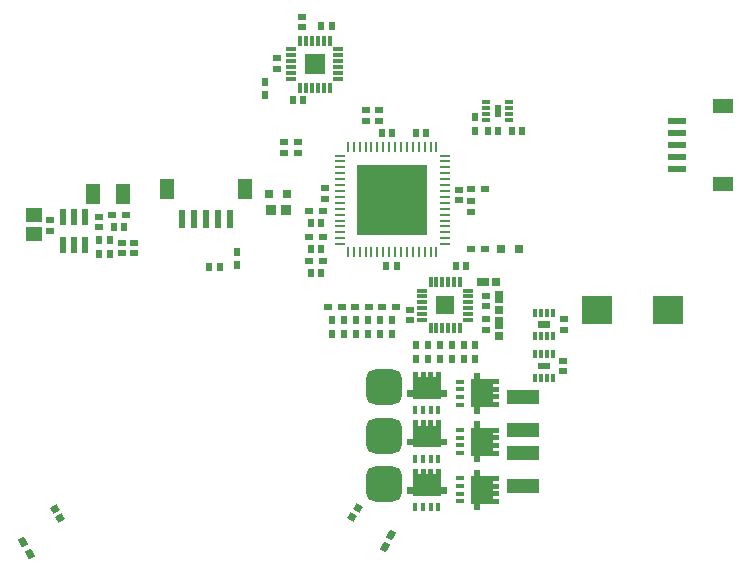
<source format=gtp>
G04*
G04 #@! TF.GenerationSoftware,Altium Limited,Altium Designer,24.4.1 (13)*
G04*
G04 Layer_Color=8421504*
%FSLAX44Y44*%
%MOMM*%
G71*
G04*
G04 #@! TF.SameCoordinates,D346328A-3EA5-4E80-806F-D0F93F3E7631*
G04*
G04*
G04 #@! TF.FilePolarity,Positive*
G04*
G01*
G75*
%ADD23R,0.6000X1.5500*%
%ADD24R,1.2000X1.8000*%
%ADD25R,0.6000X0.6400*%
%ADD26R,0.7500X0.6000*%
G04:AMPARAMS|DCode=27|XSize=0.74mm|YSize=0.28mm|CornerRadius=0.035mm|HoleSize=0mm|Usage=FLASHONLY|Rotation=270.000|XOffset=0mm|YOffset=0mm|HoleType=Round|Shape=RoundedRectangle|*
%AMROUNDEDRECTD27*
21,1,0.7400,0.2100,0,0,270.0*
21,1,0.6700,0.2800,0,0,270.0*
1,1,0.0700,-0.1050,-0.3350*
1,1,0.0700,-0.1050,0.3350*
1,1,0.0700,0.1050,0.3350*
1,1,0.0700,0.1050,-0.3350*
%
%ADD27ROUNDEDRECTD27*%
%ADD28R,0.6400X0.6000*%
%ADD29R,0.6000X0.7500*%
%ADD30R,2.5500X2.4500*%
%ADD31R,1.2000X1.7500*%
%ADD32R,0.6000X1.3500*%
G04:AMPARAMS|DCode=33|XSize=0.6mm|YSize=0.75mm|CornerRadius=0mm|HoleSize=0mm|Usage=FLASHONLY|Rotation=30.000|XOffset=0mm|YOffset=0mm|HoleType=Round|Shape=Rectangle|*
%AMROTATEDRECTD33*
4,1,4,-0.0723,-0.4748,-0.4473,0.1748,0.0723,0.4748,0.4473,-0.1748,-0.0723,-0.4748,0.0*
%
%ADD33ROTATEDRECTD33*%

G04:AMPARAMS|DCode=34|XSize=0.6mm|YSize=0.75mm|CornerRadius=0mm|HoleSize=0mm|Usage=FLASHONLY|Rotation=150.000|XOffset=0mm|YOffset=0mm|HoleType=Round|Shape=Rectangle|*
%AMROTATEDRECTD34*
4,1,4,0.4473,0.1748,0.0723,-0.4748,-0.4473,-0.1748,-0.0723,0.4748,0.4473,0.1748,0.0*
%
%ADD34ROTATEDRECTD34*%

G04:AMPARAMS|DCode=35|XSize=0.64mm|YSize=0.6mm|CornerRadius=0mm|HoleSize=0mm|Usage=FLASHONLY|Rotation=30.000|XOffset=0mm|YOffset=0mm|HoleType=Round|Shape=Rectangle|*
%AMROTATEDRECTD35*
4,1,4,-0.1271,-0.4198,-0.4271,0.0998,0.1271,0.4198,0.4271,-0.0998,-0.1271,-0.4198,0.0*
%
%ADD35ROTATEDRECTD35*%

G04:AMPARAMS|DCode=36|XSize=0.64mm|YSize=0.6mm|CornerRadius=0mm|HoleSize=0mm|Usage=FLASHONLY|Rotation=150.000|XOffset=0mm|YOffset=0mm|HoleType=Round|Shape=Rectangle|*
%AMROTATEDRECTD36*
4,1,4,0.4271,0.0998,0.1271,-0.4198,-0.4271,-0.0998,-0.1271,0.4198,0.4271,0.0998,0.0*
%
%ADD36ROTATEDRECTD36*%

%ADD37R,0.8500X0.9500*%
%ADD38R,0.8000X0.8000*%
G04:AMPARAMS|DCode=39|XSize=0.86mm|YSize=0.27mm|CornerRadius=0.0338mm|HoleSize=0mm|Usage=FLASHONLY|Rotation=90.000|XOffset=0mm|YOffset=0mm|HoleType=Round|Shape=RoundedRectangle|*
%AMROUNDEDRECTD39*
21,1,0.8600,0.2025,0,0,90.0*
21,1,0.7925,0.2700,0,0,90.0*
1,1,0.0675,0.1013,0.3963*
1,1,0.0675,0.1013,-0.3963*
1,1,0.0675,-0.1013,-0.3963*
1,1,0.0675,-0.1013,0.3963*
%
%ADD39ROUNDEDRECTD39*%
G04:AMPARAMS|DCode=40|XSize=0.86mm|YSize=0.27mm|CornerRadius=0.0338mm|HoleSize=0mm|Usage=FLASHONLY|Rotation=0.000|XOffset=0mm|YOffset=0mm|HoleType=Round|Shape=RoundedRectangle|*
%AMROUNDEDRECTD40*
21,1,0.8600,0.2025,0,0,0.0*
21,1,0.7925,0.2700,0,0,0.0*
1,1,0.0675,0.3963,-0.1013*
1,1,0.0675,-0.3963,-0.1013*
1,1,0.0675,-0.3963,0.1013*
1,1,0.0675,0.3963,0.1013*
%
%ADD40ROUNDEDRECTD40*%
%ADD41R,1.5500X1.5500*%
%ADD42R,0.3400X0.8000*%
%ADD43R,0.4200X0.6600*%
G04:AMPARAMS|DCode=44|XSize=3mm|YSize=3mm|CornerRadius=0.75mm|HoleSize=0mm|Usage=FLASHONLY|Rotation=0.000|XOffset=0mm|YOffset=0mm|HoleType=Round|Shape=RoundedRectangle|*
%AMROUNDEDRECTD44*
21,1,3.0000,1.5000,0,0,0.0*
21,1,1.5000,3.0000,0,0,0.0*
1,1,1.5000,0.7500,-0.7500*
1,1,1.5000,-0.7500,-0.7500*
1,1,1.5000,-0.7500,0.7500*
1,1,1.5000,0.7500,0.7500*
%
%ADD44ROUNDEDRECTD44*%
%ADD45R,0.8000X0.3400*%
%ADD46R,0.6600X0.4200*%
%ADD47R,2.7000X1.3000*%
%ADD48R,1.0500X0.8000*%
%ADD49R,0.6500X0.8000*%
%ADD50R,0.8000X1.0500*%
%ADD51R,0.8000X0.6500*%
%ADD52R,1.5500X0.6000*%
%ADD53R,1.8000X1.2000*%
G04:AMPARAMS|DCode=54|XSize=0.74mm|YSize=0.28mm|CornerRadius=0.035mm|HoleSize=0mm|Usage=FLASHONLY|Rotation=180.000|XOffset=0mm|YOffset=0mm|HoleType=Round|Shape=RoundedRectangle|*
%AMROUNDEDRECTD54*
21,1,0.7400,0.2100,0,0,180.0*
21,1,0.6700,0.2800,0,0,180.0*
1,1,0.0700,-0.3350,0.1050*
1,1,0.0700,0.3350,0.1050*
1,1,0.0700,0.3350,-0.1050*
1,1,0.0700,-0.3350,-0.1050*
%
%ADD54ROUNDEDRECTD54*%
%ADD55R,0.2600X0.8600*%
%ADD56R,0.8600X0.2600*%
%ADD57R,6.0000X6.0000*%
G04:AMPARAMS|DCode=58|XSize=0.8mm|YSize=0.35mm|CornerRadius=0.0438mm|HoleSize=0mm|Usage=FLASHONLY|Rotation=180.000|XOffset=0mm|YOffset=0mm|HoleType=Round|Shape=RoundedRectangle|*
%AMROUNDEDRECTD58*
21,1,0.8000,0.2625,0,0,180.0*
21,1,0.7125,0.3500,0,0,180.0*
1,1,0.0875,-0.3563,0.1313*
1,1,0.0875,0.3563,0.1313*
1,1,0.0875,0.3563,-0.1313*
1,1,0.0875,-0.3563,-0.1313*
%
%ADD58ROUNDEDRECTD58*%
G04:AMPARAMS|DCode=59|XSize=0.85mm|YSize=0.35mm|CornerRadius=0.0438mm|HoleSize=0mm|Usage=FLASHONLY|Rotation=270.000|XOffset=0mm|YOffset=0mm|HoleType=Round|Shape=RoundedRectangle|*
%AMROUNDEDRECTD59*
21,1,0.8500,0.2625,0,0,270.0*
21,1,0.7625,0.3500,0,0,270.0*
1,1,0.0875,-0.1313,-0.3813*
1,1,0.0875,-0.1313,0.3813*
1,1,0.0875,0.1313,0.3813*
1,1,0.0875,0.1313,-0.3813*
%
%ADD59ROUNDEDRECTD59*%
%ADD60R,1.4000X1.3000*%
G36*
X100540Y306280D02*
X83460D01*
Y322720D01*
X100540D01*
Y306280D01*
D02*
G37*
G36*
X249800Y269900D02*
X244200D01*
Y280100D01*
X249800D01*
Y269900D01*
D02*
G37*
G36*
X182000Y205150D02*
X163000D01*
Y224150D01*
X182000D01*
Y205150D01*
D02*
G37*
G36*
X152000D02*
X133000D01*
Y224150D01*
X152000D01*
Y205150D01*
D02*
G37*
G36*
X182000Y175150D02*
X163000D01*
Y194150D01*
X182000D01*
Y175150D01*
D02*
G37*
G36*
X152000D02*
X133000D01*
Y194150D01*
X152000D01*
Y175150D01*
D02*
G37*
G36*
X291100Y91200D02*
X280900D01*
Y96800D01*
X291100D01*
Y91200D01*
D02*
G37*
G36*
Y56200D02*
X280900D01*
Y61800D01*
X291100D01*
Y56200D01*
D02*
G37*
G36*
X198850Y38500D02*
X204300D01*
Y32800D01*
X198850D01*
Y31000D01*
X175150D01*
Y32800D01*
X169700D01*
Y38500D01*
X175150D01*
Y54000D01*
X179350D01*
Y49300D01*
X181650D01*
Y54000D01*
X185850D01*
Y49300D01*
X188150D01*
Y54000D01*
X192350D01*
Y49300D01*
X194650D01*
Y54000D01*
X198850D01*
Y38500D01*
D02*
G37*
G36*
X232200Y47850D02*
X247700D01*
Y43650D01*
X243000D01*
Y41350D01*
X247700D01*
Y37150D01*
X243000D01*
Y34850D01*
X247700D01*
Y30650D01*
X243000D01*
Y28350D01*
X247700D01*
Y24150D01*
X232200D01*
Y18700D01*
X226500D01*
Y24150D01*
X224700D01*
Y47850D01*
X226500D01*
Y53300D01*
X232200D01*
Y47850D01*
D02*
G37*
G36*
X198850Y-2500D02*
X204300D01*
Y-8200D01*
X198850D01*
Y-10000D01*
X175150D01*
Y-8200D01*
X169700D01*
Y-2500D01*
X175150D01*
Y13000D01*
X179350D01*
Y8300D01*
X181650D01*
Y13000D01*
X185850D01*
Y8300D01*
X188150D01*
Y13000D01*
X192350D01*
Y8300D01*
X194650D01*
Y13000D01*
X198850D01*
Y-2500D01*
D02*
G37*
G36*
X232200Y6850D02*
X247700D01*
Y2650D01*
X243000D01*
Y350D01*
X247700D01*
Y-3850D01*
X243000D01*
Y-6150D01*
X247700D01*
Y-10350D01*
X243000D01*
Y-12650D01*
X247700D01*
Y-16850D01*
X232200D01*
Y-22300D01*
X226500D01*
Y-16850D01*
X224700D01*
Y6850D01*
X226500D01*
Y12300D01*
X232200D01*
Y6850D01*
D02*
G37*
G36*
X198850Y-43500D02*
X204300D01*
Y-49200D01*
X198850D01*
Y-51000D01*
X175150D01*
Y-49200D01*
X169700D01*
Y-43500D01*
X175150D01*
Y-28000D01*
X179350D01*
Y-32700D01*
X181650D01*
Y-28000D01*
X185850D01*
Y-32700D01*
X188150D01*
Y-28000D01*
X192350D01*
Y-32700D01*
X194650D01*
Y-28000D01*
X198850D01*
Y-43500D01*
D02*
G37*
G36*
X232200Y-34150D02*
X247700D01*
Y-38350D01*
X243000D01*
Y-40650D01*
X247700D01*
Y-44850D01*
X243000D01*
Y-47150D01*
X247700D01*
Y-51350D01*
X243000D01*
Y-53650D01*
X247700D01*
Y-57850D01*
X232200D01*
Y-63300D01*
X226500D01*
Y-57850D01*
X224700D01*
Y-34150D01*
X226500D01*
Y-28700D01*
X232200D01*
Y-34150D01*
D02*
G37*
D23*
X20000Y183375D02*
D03*
X0D02*
D03*
X-20000D02*
D03*
X-10000D02*
D03*
X10000D02*
D03*
D24*
X33000Y208625D02*
D03*
X-33000D02*
D03*
D25*
X88600Y158000D02*
D03*
X97400D02*
D03*
X88600Y138000D02*
D03*
X97400D02*
D03*
X258600Y258000D02*
D03*
X267400D02*
D03*
X238600D02*
D03*
X247400D02*
D03*
X-69600Y177000D02*
D03*
X-78400D02*
D03*
X88600Y180000D02*
D03*
X97400D02*
D03*
X82400Y284000D02*
D03*
X73600D02*
D03*
X106400Y347000D02*
D03*
X97600D02*
D03*
X2600Y143000D02*
D03*
X11400D02*
D03*
X161400Y144000D02*
D03*
X152600D02*
D03*
X148600Y256000D02*
D03*
X157400D02*
D03*
X186400D02*
D03*
X177600D02*
D03*
X220400Y144000D02*
D03*
X211600D02*
D03*
D26*
X87250Y168000D02*
D03*
X98750D02*
D03*
X77750Y249000D02*
D03*
X66250D02*
D03*
X77750Y239000D02*
D03*
X66250D02*
D03*
X-68000Y187000D02*
D03*
X-79500D02*
D03*
X146750Y276000D02*
D03*
X135250D02*
D03*
X87250Y148000D02*
D03*
X98750D02*
D03*
X87250Y190000D02*
D03*
X98750D02*
D03*
X146750Y266000D02*
D03*
X135250D02*
D03*
X160750Y109000D02*
D03*
X149250D02*
D03*
X224250Y158000D02*
D03*
X235750D02*
D03*
Y209000D02*
D03*
X224250D02*
D03*
X126250Y109000D02*
D03*
X137750D02*
D03*
X115000D02*
D03*
X103500D02*
D03*
D27*
X283500Y68850D02*
D03*
X293500D02*
D03*
X288500D02*
D03*
X278500D02*
D03*
Y49150D02*
D03*
X283500D02*
D03*
X288500D02*
D03*
X293500D02*
D03*
Y84150D02*
D03*
X288500D02*
D03*
X283500D02*
D03*
X278500D02*
D03*
Y103850D02*
D03*
X283500D02*
D03*
X288500D02*
D03*
X293500D02*
D03*
D28*
X303000Y89600D02*
D03*
Y98400D02*
D03*
X302000Y63400D02*
D03*
Y54600D02*
D03*
X-61000Y163400D02*
D03*
Y154600D02*
D03*
X-91000Y185400D02*
D03*
Y176600D02*
D03*
X-71000Y163400D02*
D03*
Y154600D02*
D03*
X-132000Y182400D02*
D03*
Y173600D02*
D03*
X81000Y354400D02*
D03*
Y345600D02*
D03*
X60000Y319400D02*
D03*
Y310600D02*
D03*
X224000Y198400D02*
D03*
Y189600D02*
D03*
X101000Y209400D02*
D03*
Y200600D02*
D03*
X214000Y208400D02*
D03*
Y199600D02*
D03*
X173000Y106400D02*
D03*
Y97600D02*
D03*
X237000Y109600D02*
D03*
Y118400D02*
D03*
Y89600D02*
D03*
Y98400D02*
D03*
D29*
X228000Y258250D02*
D03*
Y269750D02*
D03*
X50000Y288250D02*
D03*
Y299750D02*
D03*
X178000Y65250D02*
D03*
Y76750D02*
D03*
X188000D02*
D03*
Y65250D02*
D03*
X-81000Y165500D02*
D03*
Y154000D02*
D03*
X-91000Y165500D02*
D03*
Y154000D02*
D03*
X26000Y144250D02*
D03*
Y155750D02*
D03*
X208000Y65250D02*
D03*
Y76750D02*
D03*
X218000Y65250D02*
D03*
Y76750D02*
D03*
X228000D02*
D03*
Y65250D02*
D03*
X198000Y76750D02*
D03*
Y65250D02*
D03*
X157000Y97750D02*
D03*
Y86250D02*
D03*
X137000Y97750D02*
D03*
Y86250D02*
D03*
X117000Y97750D02*
D03*
Y86250D02*
D03*
X147000D02*
D03*
Y97750D02*
D03*
X127000Y86250D02*
D03*
Y97750D02*
D03*
X107000Y86250D02*
D03*
Y97750D02*
D03*
D30*
X330750Y106000D02*
D03*
X391250D02*
D03*
D31*
X-70250Y205000D02*
D03*
X-95750D02*
D03*
D32*
X-121500Y161150D02*
D03*
X-112000D02*
D03*
X-102500D02*
D03*
X-121500Y184850D02*
D03*
X-112000D02*
D03*
X-102500D02*
D03*
D33*
X-154875Y-90020D02*
D03*
X-149125Y-99980D02*
D03*
D34*
X151125Y-93980D02*
D03*
X156875Y-84020D02*
D03*
D35*
X-123800Y-69811D02*
D03*
X-128200Y-62189D02*
D03*
D36*
X128200Y-61189D02*
D03*
X123800Y-68811D02*
D03*
D37*
X55000Y191000D02*
D03*
X68000D02*
D03*
D38*
X53500Y205000D02*
D03*
X68500D02*
D03*
X249500Y158000D02*
D03*
X264500D02*
D03*
D39*
X190000Y91000D02*
D03*
X195000D02*
D03*
X200000D02*
D03*
X205000D02*
D03*
X210000D02*
D03*
X215000D02*
D03*
Y129700D02*
D03*
X210000D02*
D03*
X205000D02*
D03*
X200000D02*
D03*
X195000D02*
D03*
X190000D02*
D03*
D40*
X183150Y122850D02*
D03*
Y117850D02*
D03*
Y112850D02*
D03*
Y107850D02*
D03*
Y102850D02*
D03*
Y97850D02*
D03*
X221850D02*
D03*
Y102850D02*
D03*
Y107850D02*
D03*
Y112850D02*
D03*
Y117850D02*
D03*
Y122850D02*
D03*
D41*
X202500Y110350D02*
D03*
D42*
X196750Y-33000D02*
D03*
X190250D02*
D03*
X183750D02*
D03*
X177250D02*
D03*
X196750Y49000D02*
D03*
X190250D02*
D03*
X183750D02*
D03*
X177250D02*
D03*
X196750Y8000D02*
D03*
X190250D02*
D03*
X183750D02*
D03*
X177250D02*
D03*
D43*
X190250Y-60700D02*
D03*
X183750D02*
D03*
X196750D02*
D03*
X177250D02*
D03*
X190250Y21300D02*
D03*
X183750D02*
D03*
X196750D02*
D03*
X177250D02*
D03*
X190250Y-19700D02*
D03*
X183750D02*
D03*
X196750D02*
D03*
X177250D02*
D03*
D44*
X151000Y-41000D02*
D03*
Y0D02*
D03*
Y41000D02*
D03*
D45*
X242700Y-55750D02*
D03*
Y-49250D02*
D03*
Y-42750D02*
D03*
Y-36250D02*
D03*
Y26250D02*
D03*
Y32750D02*
D03*
Y39250D02*
D03*
Y45750D02*
D03*
Y-14750D02*
D03*
Y-8250D02*
D03*
Y-1750D02*
D03*
Y4750D02*
D03*
D46*
X215000Y-49250D02*
D03*
Y-42750D02*
D03*
Y-55750D02*
D03*
Y-36250D02*
D03*
Y32750D02*
D03*
Y39250D02*
D03*
Y26250D02*
D03*
Y45750D02*
D03*
Y-8250D02*
D03*
Y-1750D02*
D03*
Y-14750D02*
D03*
Y4750D02*
D03*
D47*
X268000Y-15000D02*
D03*
Y-43000D02*
D03*
Y5000D02*
D03*
Y33000D02*
D03*
D48*
X234750Y130000D02*
D03*
D49*
X245250D02*
D03*
D50*
X248000Y117250D02*
D03*
Y95250D02*
D03*
D51*
Y106750D02*
D03*
Y84750D02*
D03*
D52*
X398680Y236000D02*
D03*
Y266000D02*
D03*
Y256000D02*
D03*
Y246000D02*
D03*
Y226000D02*
D03*
D53*
X437430Y279000D02*
D03*
Y213000D02*
D03*
D54*
X256850Y267500D02*
D03*
Y272500D02*
D03*
Y277500D02*
D03*
Y282500D02*
D03*
X237150D02*
D03*
Y277500D02*
D03*
Y272500D02*
D03*
Y267500D02*
D03*
D55*
X145000Y244000D02*
D03*
X195000D02*
D03*
X190000D02*
D03*
X185000D02*
D03*
X180000D02*
D03*
X175000D02*
D03*
X170000D02*
D03*
X165000D02*
D03*
X160000D02*
D03*
X155000D02*
D03*
X150000D02*
D03*
X140000D02*
D03*
X135000D02*
D03*
X130000D02*
D03*
X125000D02*
D03*
X120000D02*
D03*
Y155300D02*
D03*
X125000D02*
D03*
X130000D02*
D03*
X135000D02*
D03*
X140000D02*
D03*
X145000D02*
D03*
X150000D02*
D03*
X155000D02*
D03*
X160000D02*
D03*
X165000D02*
D03*
X170000D02*
D03*
X175000D02*
D03*
X180000D02*
D03*
X185000D02*
D03*
X190000D02*
D03*
X195000D02*
D03*
D56*
X201850Y237150D02*
D03*
Y162150D02*
D03*
Y167150D02*
D03*
Y172150D02*
D03*
Y177150D02*
D03*
Y182150D02*
D03*
Y187150D02*
D03*
Y192150D02*
D03*
Y197150D02*
D03*
Y202150D02*
D03*
Y207150D02*
D03*
Y212150D02*
D03*
Y217150D02*
D03*
Y222150D02*
D03*
Y227150D02*
D03*
Y232150D02*
D03*
X113150Y237150D02*
D03*
Y232150D02*
D03*
Y227150D02*
D03*
Y222150D02*
D03*
Y217150D02*
D03*
Y212150D02*
D03*
Y207150D02*
D03*
Y202150D02*
D03*
Y197150D02*
D03*
Y192150D02*
D03*
Y187150D02*
D03*
Y182150D02*
D03*
Y177150D02*
D03*
Y172150D02*
D03*
Y167150D02*
D03*
Y162150D02*
D03*
D57*
X157500Y199650D02*
D03*
D58*
X112000Y302000D02*
D03*
Y307000D02*
D03*
Y312000D02*
D03*
Y317000D02*
D03*
Y322000D02*
D03*
Y327000D02*
D03*
X72000D02*
D03*
Y322000D02*
D03*
Y317000D02*
D03*
Y312000D02*
D03*
Y307000D02*
D03*
Y302000D02*
D03*
D59*
X104500Y334250D02*
D03*
X99500D02*
D03*
X94500D02*
D03*
X89500D02*
D03*
X84500D02*
D03*
X79500D02*
D03*
Y294750D02*
D03*
X84500D02*
D03*
X89500D02*
D03*
X94500D02*
D03*
X99500D02*
D03*
X104500D02*
D03*
D60*
X-146000Y171000D02*
D03*
Y187000D02*
D03*
M02*

</source>
